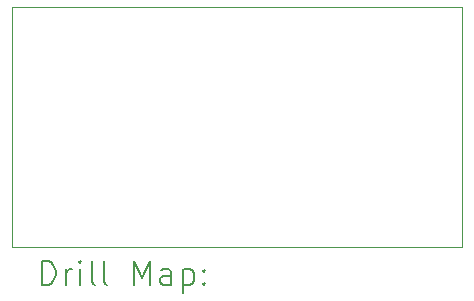
<source format=gbr>
%TF.GenerationSoftware,KiCad,Pcbnew,7.0.8*%
%TF.CreationDate,2024-01-27T00:41:18-03:00*%
%TF.ProjectId,Tarefa2,54617265-6661-4322-9e6b-696361645f70,rev?*%
%TF.SameCoordinates,Original*%
%TF.FileFunction,Drillmap*%
%TF.FilePolarity,Positive*%
%FSLAX45Y45*%
G04 Gerber Fmt 4.5, Leading zero omitted, Abs format (unit mm)*
G04 Created by KiCad (PCBNEW 7.0.8) date 2024-01-27 00:41:18*
%MOMM*%
%LPD*%
G01*
G04 APERTURE LIST*
%ADD10C,0.100000*%
%ADD11C,0.200000*%
G04 APERTURE END LIST*
D10*
X6375400Y-5562600D02*
X10185400Y-5562600D01*
X10185400Y-7594600D01*
X6375400Y-7594600D01*
X6375400Y-5562600D01*
D11*
X6631177Y-7911084D02*
X6631177Y-7711084D01*
X6631177Y-7711084D02*
X6678796Y-7711084D01*
X6678796Y-7711084D02*
X6707367Y-7720608D01*
X6707367Y-7720608D02*
X6726415Y-7739655D01*
X6726415Y-7739655D02*
X6735939Y-7758703D01*
X6735939Y-7758703D02*
X6745462Y-7796798D01*
X6745462Y-7796798D02*
X6745462Y-7825369D01*
X6745462Y-7825369D02*
X6735939Y-7863465D01*
X6735939Y-7863465D02*
X6726415Y-7882512D01*
X6726415Y-7882512D02*
X6707367Y-7901560D01*
X6707367Y-7901560D02*
X6678796Y-7911084D01*
X6678796Y-7911084D02*
X6631177Y-7911084D01*
X6831177Y-7911084D02*
X6831177Y-7777750D01*
X6831177Y-7815846D02*
X6840701Y-7796798D01*
X6840701Y-7796798D02*
X6850224Y-7787274D01*
X6850224Y-7787274D02*
X6869272Y-7777750D01*
X6869272Y-7777750D02*
X6888320Y-7777750D01*
X6954986Y-7911084D02*
X6954986Y-7777750D01*
X6954986Y-7711084D02*
X6945462Y-7720608D01*
X6945462Y-7720608D02*
X6954986Y-7730131D01*
X6954986Y-7730131D02*
X6964510Y-7720608D01*
X6964510Y-7720608D02*
X6954986Y-7711084D01*
X6954986Y-7711084D02*
X6954986Y-7730131D01*
X7078796Y-7911084D02*
X7059748Y-7901560D01*
X7059748Y-7901560D02*
X7050224Y-7882512D01*
X7050224Y-7882512D02*
X7050224Y-7711084D01*
X7183558Y-7911084D02*
X7164510Y-7901560D01*
X7164510Y-7901560D02*
X7154986Y-7882512D01*
X7154986Y-7882512D02*
X7154986Y-7711084D01*
X7412129Y-7911084D02*
X7412129Y-7711084D01*
X7412129Y-7711084D02*
X7478796Y-7853941D01*
X7478796Y-7853941D02*
X7545462Y-7711084D01*
X7545462Y-7711084D02*
X7545462Y-7911084D01*
X7726415Y-7911084D02*
X7726415Y-7806322D01*
X7726415Y-7806322D02*
X7716891Y-7787274D01*
X7716891Y-7787274D02*
X7697843Y-7777750D01*
X7697843Y-7777750D02*
X7659748Y-7777750D01*
X7659748Y-7777750D02*
X7640701Y-7787274D01*
X7726415Y-7901560D02*
X7707367Y-7911084D01*
X7707367Y-7911084D02*
X7659748Y-7911084D01*
X7659748Y-7911084D02*
X7640701Y-7901560D01*
X7640701Y-7901560D02*
X7631177Y-7882512D01*
X7631177Y-7882512D02*
X7631177Y-7863465D01*
X7631177Y-7863465D02*
X7640701Y-7844417D01*
X7640701Y-7844417D02*
X7659748Y-7834893D01*
X7659748Y-7834893D02*
X7707367Y-7834893D01*
X7707367Y-7834893D02*
X7726415Y-7825369D01*
X7821653Y-7777750D02*
X7821653Y-7977750D01*
X7821653Y-7787274D02*
X7840701Y-7777750D01*
X7840701Y-7777750D02*
X7878796Y-7777750D01*
X7878796Y-7777750D02*
X7897843Y-7787274D01*
X7897843Y-7787274D02*
X7907367Y-7796798D01*
X7907367Y-7796798D02*
X7916891Y-7815846D01*
X7916891Y-7815846D02*
X7916891Y-7872988D01*
X7916891Y-7872988D02*
X7907367Y-7892036D01*
X7907367Y-7892036D02*
X7897843Y-7901560D01*
X7897843Y-7901560D02*
X7878796Y-7911084D01*
X7878796Y-7911084D02*
X7840701Y-7911084D01*
X7840701Y-7911084D02*
X7821653Y-7901560D01*
X8002605Y-7892036D02*
X8012129Y-7901560D01*
X8012129Y-7901560D02*
X8002605Y-7911084D01*
X8002605Y-7911084D02*
X7993082Y-7901560D01*
X7993082Y-7901560D02*
X8002605Y-7892036D01*
X8002605Y-7892036D02*
X8002605Y-7911084D01*
X8002605Y-7787274D02*
X8012129Y-7796798D01*
X8012129Y-7796798D02*
X8002605Y-7806322D01*
X8002605Y-7806322D02*
X7993082Y-7796798D01*
X7993082Y-7796798D02*
X8002605Y-7787274D01*
X8002605Y-7787274D02*
X8002605Y-7806322D01*
M02*

</source>
